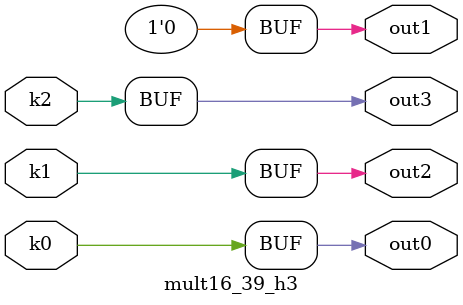
<source format=v>
module mult16_39(pi0, pi1, pi2, pi3, pi4, pi5, po0, po1, po2, po3);
input pi0, pi1, pi2, pi3, pi4, pi5;
output po0, po1, po2, po3;
wire k0, k1, k2;
mult16_39_w3 DUT1 (pi0, pi1, pi2, pi3, pi4, pi5, k0, k1, k2);
mult16_39_h3 DUT2 (k0, k1, k2, po0, po1, po2, po3);
endmodule

module mult16_39_w3(in5, in4, in3, in2, in1, in0, k2, k1, k0);
input in5, in4, in3, in2, in1, in0;
output k2, k1, k0;
assign k0 =   in0 ? ((in5 & ((in4 & ((in3 & (in2 | ~in1)) | (in2 & ~in1))) | (in3 & in2 & ~in1))) | (~in5 & ((~in4 & ((~in2 & in1) | (~in3 & (~in2 | in1)))) | (~in3 & ~in2 & in1))) | (~in4 & ~in3 & ~in2 & in1) | (in4 & in3 & in2 & ~in1)) : (((~in2 ^ in1) & (in3 ? (~in5 | ~in4) : (in5 | in4))) | (~in2 & in1 & ((in5 & (in4 | in3)) | (in4 & in3))) | (in2 & ~in1 & ((~in4 & ~in3) | (~in5 & (~in4 | ~in3)))));
assign k1 =   in0 & ((~in3 & (~in2 | in1)) | (~in2 & in1));
assign k2 =   ((in2 ^ in1) & (in5 ? (~in4 ^ in3) : (in4 ^ in3))) | ((~in2 ^ in1) & (in5 ? (in4 ^ in3) : (~in4 ^ in3)));
endmodule

module mult16_39_h3(k2, k1, k0, out3, out2, out1, out0);
input k2, k1, k0;
output out3, out2, out1, out0;
assign out0 = k0;
assign out1 = 0;
assign out2 = k1;
assign out3 = k2;
endmodule

</source>
